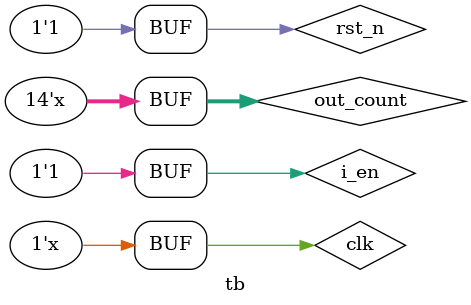
<source format=v>
module tb  ();
    reg 				clk     ;   
    reg 				rst_n   ;  
    // input stream
    wire                i_rdy   ;   
    reg                 i_en    ;   
    reg   [7:0]         i_data  ;   
                        
    wire  			    o_en    ;   
    wire   			    finish  ;
    wire  	[7:0] 	    o_data  ;

LZ77_Encoder LZ77_Encoder_u(
.clk      (clk    ),
.rst_n    (rst_n  ),
.i_rdy    (i_rdy  ),
.i_en     (i_en   ),
.i_data   (i_data ),
.o_en     (o_en   ),
.finish   (finish ),
.o_data   (o_data )
);

initial begin
    rst_n  = 0;
    clk    = 0;
    i_en   = 1;
    #50    
    rst_n  = 1;
end

always #5 clk = ~clk;

reg		[13:0]	counter; // 8192+1
reg             stop_count;
initial begin
    i_data      = 0;
    stop_count  = 1;
    counter     = 0;
    #50
    stop_count  = 0;
end

always #10 begin
    if(~stop_count)begin 
        counter  = counter+1;
        i_data = {$random} % 10;
        //i_data = 1;
        if(counter == 4095)
            stop_count = 1;
    end
    else begin 
        counter     = 0;
        i_data      = 0;
    end
end

reg [13 : 0] out_count = 0;
always  #10  
begin
    if(o_en)    out_count = out_count + 1 ;
end


endmodule
</source>
